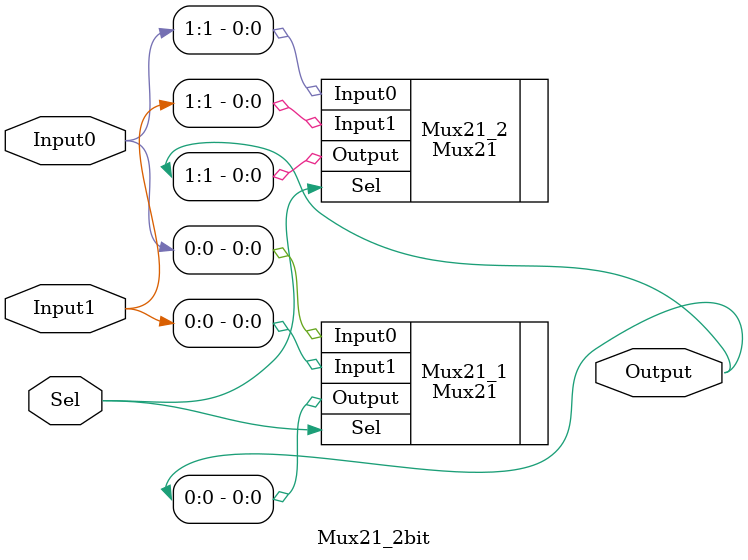
<source format=v>
module Mux21_2bit (
	input [1:0] Input0,
	input [1:0] Input1,
	input				Sel,
	output[1:0] Output
);
	
Mux21 Mux21_1(
	.Input0		(Input0[0]),
	.Input1		(Input1[0]),
	.Sel			(Sel			),
	.Output		(Output[0])
);

Mux21 Mux21_2(
	.Input0		(Input0[1]),
	.Input1		(Input1[1]),
	.Sel			(Sel			),
	.Output		(Output[1])
);
endmodule

</source>
